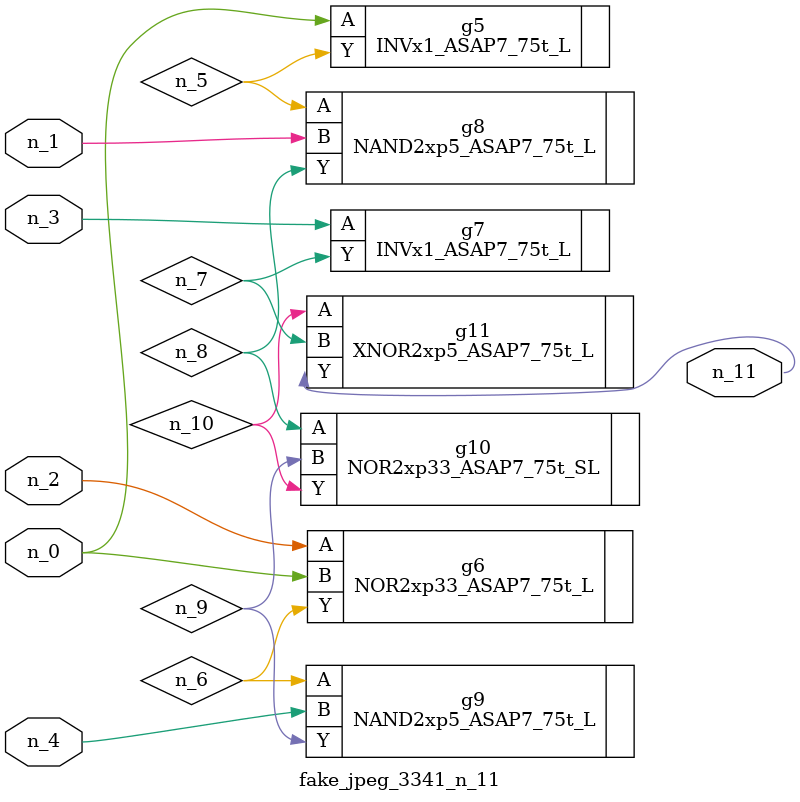
<source format=v>
module fake_jpeg_3341_n_11 (n_3, n_2, n_1, n_0, n_4, n_11);

input n_3;
input n_2;
input n_1;
input n_0;
input n_4;

output n_11;

wire n_10;
wire n_8;
wire n_9;
wire n_6;
wire n_5;
wire n_7;

INVx1_ASAP7_75t_L g5 ( 
.A(n_0),
.Y(n_5)
);

NOR2xp33_ASAP7_75t_L g6 ( 
.A(n_2),
.B(n_0),
.Y(n_6)
);

INVx1_ASAP7_75t_L g7 ( 
.A(n_3),
.Y(n_7)
);

NAND2xp5_ASAP7_75t_L g8 ( 
.A(n_5),
.B(n_1),
.Y(n_8)
);

NOR2xp33_ASAP7_75t_SL g10 ( 
.A(n_8),
.B(n_9),
.Y(n_10)
);

NAND2xp5_ASAP7_75t_L g9 ( 
.A(n_6),
.B(n_4),
.Y(n_9)
);

XNOR2xp5_ASAP7_75t_L g11 ( 
.A(n_10),
.B(n_7),
.Y(n_11)
);


endmodule
</source>
